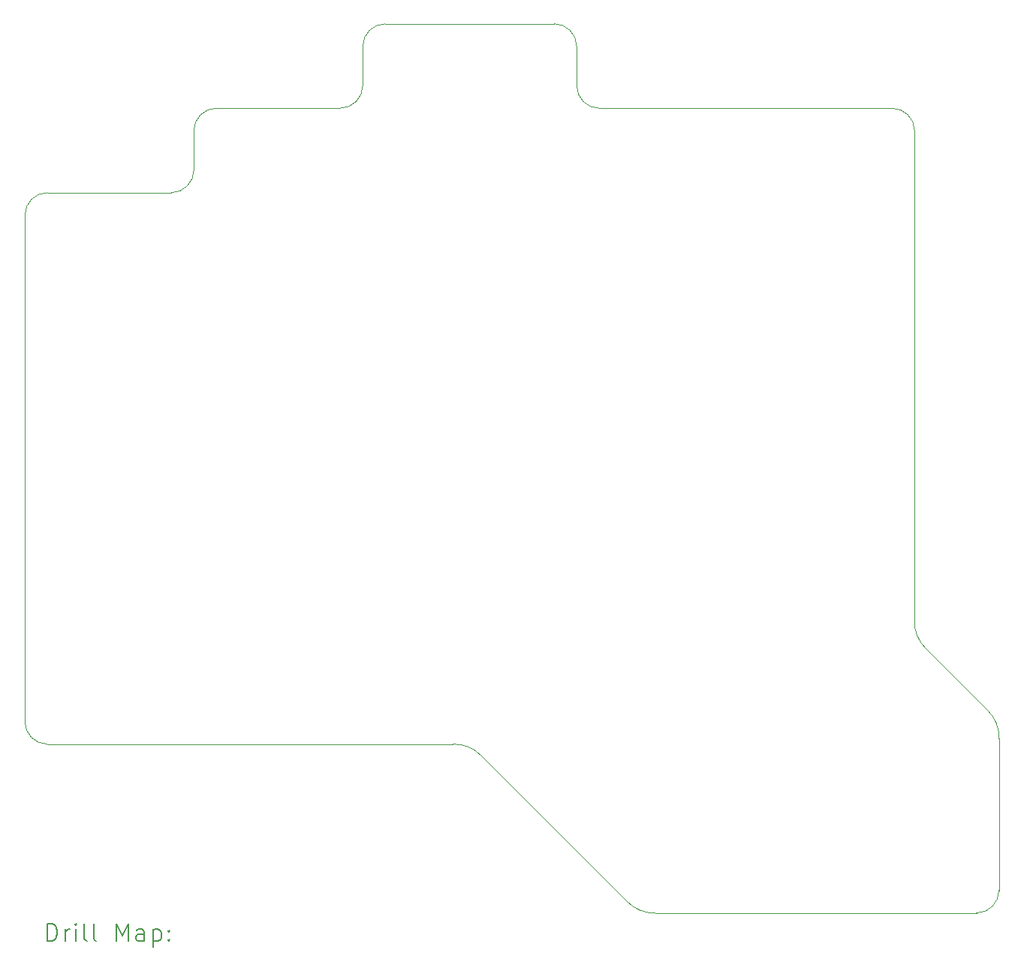
<source format=gbr>
%FSLAX45Y45*%
G04 Gerber Fmt 4.5, Leading zero omitted, Abs format (unit mm)*
G04 Created by KiCad (PCBNEW (6.0.6-1)-1) date 2022-07-19 11:16:34*
%MOMM*%
%LPD*%
G01*
G04 APERTURE LIST*
%TA.AperFunction,Profile*%
%ADD10C,0.120000*%
%TD*%
%ADD11C,0.200000*%
G04 APERTURE END LIST*
D10*
X-5969000Y1460500D02*
X-5969000Y1905000D01*
X-2730498Y-5143498D02*
G75*
G03*
X-3048000Y-5016500I-300372J-290562D01*
G01*
X-3810000Y3111500D02*
G75*
G03*
X-4064000Y2857500I0J-254000D01*
G01*
X-1651000Y2413000D02*
X-1651000Y2857500D01*
X-5715000Y2159000D02*
X-4318000Y2159000D01*
X-7874000Y952500D02*
X-7874000Y-4762500D01*
X-1651000Y2413000D02*
G75*
G03*
X-1397000Y2159000I254000J0D01*
G01*
X-4064000Y2413000D02*
X-4064000Y2857500D01*
X2159003Y-3619500D02*
G75*
G03*
X2286000Y-3937000I417557J-17130D01*
G01*
X2984500Y-4635500D02*
X2286000Y-3937000D01*
X-1651000Y2857500D02*
G75*
G03*
X-1905000Y3111500I-254000J0D01*
G01*
X-7874000Y-4762500D02*
G75*
G03*
X-7620000Y-5016500I254000J0D01*
G01*
X-7620000Y1206500D02*
G75*
G03*
X-7874000Y952500I0J-254000D01*
G01*
X2159000Y1905000D02*
G75*
G03*
X1905000Y2159000I-254000J0D01*
G01*
X-3810000Y3111500D02*
X-3556000Y3111500D01*
X-1397000Y2159000D02*
X1905000Y2159000D01*
X-3048000Y-5016500D02*
X-7620000Y-5016500D01*
X-6223000Y1206500D02*
G75*
G03*
X-5969000Y1460500I0J254000D01*
G01*
X2857500Y-6921500D02*
G75*
G03*
X3111500Y-6667500I0J254000D01*
G01*
X3111500Y-4953000D02*
X3111500Y-6667500D01*
X-7620000Y1206500D02*
X-6223000Y1206500D01*
X-1079502Y-6794502D02*
G75*
G03*
X-762000Y-6921500I300372J290562D01*
G01*
X-1905000Y3111500D02*
X-3556000Y3111500D01*
X2857500Y-6921500D02*
X-762000Y-6921500D01*
X-5715000Y2159000D02*
G75*
G03*
X-5969000Y1905000I0J-254000D01*
G01*
X-4318000Y2159000D02*
G75*
G03*
X-4064000Y2413000I0J254000D01*
G01*
X-2730500Y-5143500D02*
X-1079500Y-6794500D01*
X3111497Y-4953000D02*
G75*
G03*
X2984500Y-4635500I-417557J17130D01*
G01*
X2159000Y-3619500D02*
X2159000Y1905000D01*
D11*
X-7622381Y-7238327D02*
X-7622381Y-7038327D01*
X-7574762Y-7038327D01*
X-7546190Y-7047851D01*
X-7527143Y-7066899D01*
X-7517619Y-7085946D01*
X-7508095Y-7124042D01*
X-7508095Y-7152613D01*
X-7517619Y-7190708D01*
X-7527143Y-7209756D01*
X-7546190Y-7228803D01*
X-7574762Y-7238327D01*
X-7622381Y-7238327D01*
X-7422381Y-7238327D02*
X-7422381Y-7104994D01*
X-7422381Y-7143089D02*
X-7412857Y-7124042D01*
X-7403333Y-7114518D01*
X-7384286Y-7104994D01*
X-7365238Y-7104994D01*
X-7298571Y-7238327D02*
X-7298571Y-7104994D01*
X-7298571Y-7038327D02*
X-7308095Y-7047851D01*
X-7298571Y-7057375D01*
X-7289048Y-7047851D01*
X-7298571Y-7038327D01*
X-7298571Y-7057375D01*
X-7174762Y-7238327D02*
X-7193810Y-7228803D01*
X-7203333Y-7209756D01*
X-7203333Y-7038327D01*
X-7070000Y-7238327D02*
X-7089048Y-7228803D01*
X-7098571Y-7209756D01*
X-7098571Y-7038327D01*
X-6841429Y-7238327D02*
X-6841429Y-7038327D01*
X-6774762Y-7181184D01*
X-6708095Y-7038327D01*
X-6708095Y-7238327D01*
X-6527143Y-7238327D02*
X-6527143Y-7133565D01*
X-6536667Y-7114518D01*
X-6555714Y-7104994D01*
X-6593810Y-7104994D01*
X-6612857Y-7114518D01*
X-6527143Y-7228803D02*
X-6546190Y-7238327D01*
X-6593810Y-7238327D01*
X-6612857Y-7228803D01*
X-6622381Y-7209756D01*
X-6622381Y-7190708D01*
X-6612857Y-7171661D01*
X-6593810Y-7162137D01*
X-6546190Y-7162137D01*
X-6527143Y-7152613D01*
X-6431905Y-7104994D02*
X-6431905Y-7304994D01*
X-6431905Y-7114518D02*
X-6412857Y-7104994D01*
X-6374762Y-7104994D01*
X-6355714Y-7114518D01*
X-6346190Y-7124042D01*
X-6336667Y-7143089D01*
X-6336667Y-7200232D01*
X-6346190Y-7219280D01*
X-6355714Y-7228803D01*
X-6374762Y-7238327D01*
X-6412857Y-7238327D01*
X-6431905Y-7228803D01*
X-6250952Y-7219280D02*
X-6241429Y-7228803D01*
X-6250952Y-7238327D01*
X-6260476Y-7228803D01*
X-6250952Y-7219280D01*
X-6250952Y-7238327D01*
X-6250952Y-7114518D02*
X-6241429Y-7124042D01*
X-6250952Y-7133565D01*
X-6260476Y-7124042D01*
X-6250952Y-7114518D01*
X-6250952Y-7133565D01*
M02*

</source>
